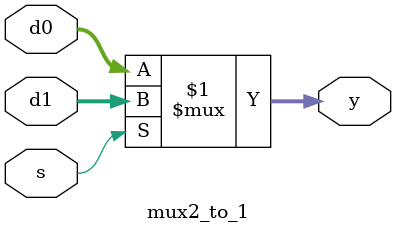
<source format=sv>
`timescale 1ns / 1ps

module mux2_to_1 #(parameter WIDTH = 8)
(
    input logic [WIDTH-1:0] d0, d1,
    input logic s,
    output logic [WIDTH-1:0] y)
;
    assign y = s ? d1 : d0;
    
endmodule


</source>
